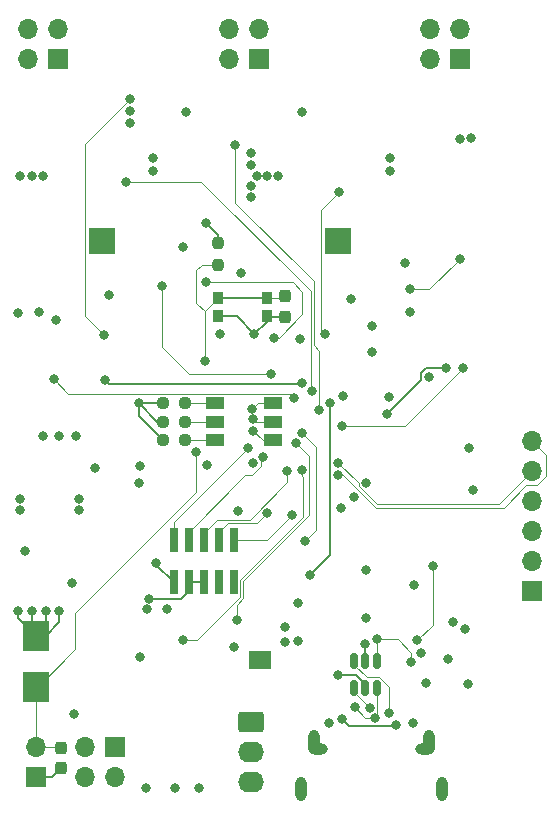
<source format=gbl>
G04 #@! TF.GenerationSoftware,KiCad,Pcbnew,(6.0.8)*
G04 #@! TF.CreationDate,2023-12-02T01:29:22+01:00*
G04 #@! TF.ProjectId,lamp_devboard,6c616d70-5f64-4657-9662-6f6172642e6b,rev?*
G04 #@! TF.SameCoordinates,Original*
G04 #@! TF.FileFunction,Copper,L4,Bot*
G04 #@! TF.FilePolarity,Positive*
%FSLAX46Y46*%
G04 Gerber Fmt 4.6, Leading zero omitted, Abs format (unit mm)*
G04 Created by KiCad (PCBNEW (6.0.8)) date 2023-12-02 01:29:22*
%MOMM*%
%LPD*%
G01*
G04 APERTURE LIST*
G04 Aperture macros list*
%AMRoundRect*
0 Rectangle with rounded corners*
0 $1 Rounding radius*
0 $2 $3 $4 $5 $6 $7 $8 $9 X,Y pos of 4 corners*
0 Add a 4 corners polygon primitive as box body*
4,1,4,$2,$3,$4,$5,$6,$7,$8,$9,$2,$3,0*
0 Add four circle primitives for the rounded corners*
1,1,$1+$1,$2,$3*
1,1,$1+$1,$4,$5*
1,1,$1+$1,$6,$7*
1,1,$1+$1,$8,$9*
0 Add four rect primitives between the rounded corners*
20,1,$1+$1,$2,$3,$4,$5,0*
20,1,$1+$1,$4,$5,$6,$7,0*
20,1,$1+$1,$6,$7,$8,$9,0*
20,1,$1+$1,$8,$9,$2,$3,0*%
G04 Aperture macros list end*
G04 #@! TA.AperFunction,ComponentPad*
%ADD10R,1.700000X1.700000*%
G04 #@! TD*
G04 #@! TA.AperFunction,ComponentPad*
%ADD11O,1.700000X1.700000*%
G04 #@! TD*
G04 #@! TA.AperFunction,ComponentPad*
%ADD12RoundRect,0.250000X-0.845000X0.620000X-0.845000X-0.620000X0.845000X-0.620000X0.845000X0.620000X0*%
G04 #@! TD*
G04 #@! TA.AperFunction,ComponentPad*
%ADD13O,2.190000X1.740000*%
G04 #@! TD*
G04 #@! TA.AperFunction,ComponentPad*
%ADD14O,0.950000X2.050000*%
G04 #@! TD*
G04 #@! TA.AperFunction,ComponentPad*
%ADD15O,1.650000X0.950000*%
G04 #@! TD*
G04 #@! TA.AperFunction,ComponentPad*
%ADD16C,0.600000*%
G04 #@! TD*
G04 #@! TA.AperFunction,SMDPad,CuDef*
%ADD17R,1.880000X1.570000*%
G04 #@! TD*
G04 #@! TA.AperFunction,SMDPad,CuDef*
%ADD18R,2.300000X2.300000*%
G04 #@! TD*
G04 #@! TA.AperFunction,SMDPad,CuDef*
%ADD19RoundRect,0.237500X0.250000X0.237500X-0.250000X0.237500X-0.250000X-0.237500X0.250000X-0.237500X0*%
G04 #@! TD*
G04 #@! TA.AperFunction,SMDPad,CuDef*
%ADD20RoundRect,0.237500X0.237500X-0.250000X0.237500X0.250000X-0.237500X0.250000X-0.237500X-0.250000X0*%
G04 #@! TD*
G04 #@! TA.AperFunction,SMDPad,CuDef*
%ADD21RoundRect,0.237500X0.237500X-0.300000X0.237500X0.300000X-0.237500X0.300000X-0.237500X-0.300000X0*%
G04 #@! TD*
G04 #@! TA.AperFunction,SMDPad,CuDef*
%ADD22RoundRect,0.237500X-0.250000X-0.237500X0.250000X-0.237500X0.250000X0.237500X-0.250000X0.237500X0*%
G04 #@! TD*
G04 #@! TA.AperFunction,SMDPad,CuDef*
%ADD23R,2.300000X2.500000*%
G04 #@! TD*
G04 #@! TA.AperFunction,SMDPad,CuDef*
%ADD24R,1.500000X1.000000*%
G04 #@! TD*
G04 #@! TA.AperFunction,SMDPad,CuDef*
%ADD25RoundRect,0.150000X-0.150000X0.512500X-0.150000X-0.512500X0.150000X-0.512500X0.150000X0.512500X0*%
G04 #@! TD*
G04 #@! TA.AperFunction,SMDPad,CuDef*
%ADD26R,0.900000X1.000000*%
G04 #@! TD*
G04 #@! TA.AperFunction,SMDPad,CuDef*
%ADD27R,0.750000X2.100000*%
G04 #@! TD*
G04 #@! TA.AperFunction,ViaPad*
%ADD28C,0.800000*%
G04 #@! TD*
G04 #@! TA.AperFunction,Conductor*
%ADD29C,0.200000*%
G04 #@! TD*
G04 #@! TA.AperFunction,Conductor*
%ADD30C,0.125000*%
G04 #@! TD*
G04 APERTURE END LIST*
D10*
X78300000Y-56225000D03*
D11*
X78300000Y-53685000D03*
X75760000Y-56225000D03*
X75760000Y-53685000D03*
D12*
X60580000Y-112360000D03*
D13*
X60580000Y-114900000D03*
X60580000Y-117440000D03*
D10*
X44300000Y-56225000D03*
D11*
X44300000Y-53685000D03*
X41760000Y-56225000D03*
X41760000Y-53685000D03*
D14*
X64825000Y-118040000D03*
X76825000Y-118040000D03*
D15*
X66300000Y-114600000D03*
D14*
X65950000Y-114050000D03*
X75700000Y-114050000D03*
D15*
X75350000Y-114600000D03*
D10*
X61300000Y-56225000D03*
D11*
X61300000Y-53685000D03*
X58760000Y-56225000D03*
X58760000Y-53685000D03*
D10*
X42400000Y-116975000D03*
D11*
X42400000Y-114435000D03*
D16*
X60760000Y-106615000D03*
X62040000Y-106615000D03*
D17*
X61400000Y-107100000D03*
D16*
X62040000Y-107585000D03*
X60760000Y-107585000D03*
X68500000Y-72125000D03*
X67500000Y-72125000D03*
X67500000Y-71125000D03*
X68500000Y-71125000D03*
D18*
X68000000Y-71626000D03*
D10*
X49075000Y-114425000D03*
D11*
X49075000Y-116965000D03*
X46535000Y-114425000D03*
X46535000Y-116965000D03*
D16*
X47500000Y-72100000D03*
X47500000Y-71100000D03*
X48500000Y-72100000D03*
X48500000Y-71100000D03*
D18*
X48000000Y-71601000D03*
D19*
X55012500Y-85300000D03*
X53187500Y-85300000D03*
D20*
X57800000Y-73612500D03*
X57800000Y-71787500D03*
D19*
X55012500Y-86900000D03*
X53187500Y-86900000D03*
D21*
X63500000Y-78012500D03*
X63500000Y-76287500D03*
D22*
X53187500Y-88500000D03*
X55012500Y-88500000D03*
D10*
X84400000Y-101250000D03*
D11*
X84400000Y-98710000D03*
X84400000Y-96170000D03*
X84400000Y-93630000D03*
X84400000Y-91090000D03*
X84400000Y-88550000D03*
D21*
X44500000Y-116262500D03*
X44500000Y-114537500D03*
D23*
X42400000Y-109350000D03*
X42400000Y-105050000D03*
D24*
X57550000Y-88500000D03*
X57550000Y-86900000D03*
X57550000Y-85300000D03*
X62450000Y-85300000D03*
X62450000Y-86900000D03*
X62450000Y-88500000D03*
D25*
X69350000Y-107212500D03*
X70300000Y-107212500D03*
X71250000Y-107212500D03*
X71250000Y-109487500D03*
X70300000Y-109487500D03*
X69350000Y-109487500D03*
D26*
X57850000Y-78000000D03*
X61950000Y-78000000D03*
X61950000Y-76400000D03*
X57850000Y-76400000D03*
D27*
X54060000Y-100500000D03*
X54060000Y-96900000D03*
X55330000Y-100500000D03*
X55330000Y-96900000D03*
X56600000Y-100500000D03*
X56600000Y-96900000D03*
X57870000Y-100500000D03*
X57870000Y-96900000D03*
X59140000Y-100500000D03*
X59140000Y-96900000D03*
D28*
X51100000Y-85300000D03*
X40900000Y-77700000D03*
X45600000Y-111700000D03*
X64600000Y-105500000D03*
X43000000Y-66100000D03*
X78300000Y-63000000D03*
X70400000Y-99500000D03*
X41050000Y-93450000D03*
X79000000Y-109100000D03*
X56800000Y-70100000D03*
X46100000Y-94400000D03*
X69100000Y-76500000D03*
X67262000Y-112381895D03*
X77300000Y-107000000D03*
X79400000Y-92700000D03*
X60600000Y-67900000D03*
X41062500Y-94381250D03*
X42100000Y-66100000D03*
X79100000Y-89100000D03*
X51700000Y-117900000D03*
X53500000Y-102800000D03*
X51193283Y-106813665D03*
X62900000Y-66100000D03*
X61100000Y-66100000D03*
X72400000Y-64600000D03*
X44400000Y-102900000D03*
X52300000Y-65700000D03*
X43300000Y-102900000D03*
X59200000Y-106000000D03*
X41100000Y-66100000D03*
X46100000Y-93500000D03*
X68400000Y-84700000D03*
X79238000Y-62900000D03*
X42700000Y-77600000D03*
X59500000Y-94500000D03*
X60600000Y-65200000D03*
X59800000Y-74300000D03*
X75000000Y-106500000D03*
X52000000Y-101900000D03*
X60600000Y-67000000D03*
X64800000Y-79900000D03*
X68200000Y-94188000D03*
X42100000Y-102900000D03*
X74350000Y-112450000D03*
X72400000Y-65700000D03*
X75400000Y-109000000D03*
X51800000Y-102800000D03*
X74100000Y-77600000D03*
X58000000Y-79500000D03*
X48600000Y-76200000D03*
X50400000Y-60600000D03*
X62000000Y-66100000D03*
X52300000Y-64600000D03*
X60800000Y-90400000D03*
X70900000Y-78800000D03*
X64600000Y-102300000D03*
X45500000Y-100600000D03*
X50400000Y-61600000D03*
X44100000Y-78300000D03*
X40900000Y-102900000D03*
X70300000Y-105750000D03*
X60600000Y-64200000D03*
X56200000Y-117900000D03*
X70400000Y-103500000D03*
X75700000Y-83100000D03*
X41500000Y-97900000D03*
X54200000Y-117900000D03*
X44400000Y-88100000D03*
X69300000Y-93300000D03*
X52600000Y-98900000D03*
X43000000Y-88100000D03*
X45800000Y-88100000D03*
X60900000Y-79500000D03*
X74400000Y-100700000D03*
X78700000Y-104500000D03*
X56900000Y-90600000D03*
X70900000Y-81000000D03*
X54900000Y-72100000D03*
X70400000Y-92100000D03*
X73700000Y-73500000D03*
X72300000Y-84800000D03*
X47400000Y-90800000D03*
X64900000Y-60700000D03*
X55100000Y-60700000D03*
X51100000Y-92100000D03*
X51200000Y-90700000D03*
X56700000Y-81800000D03*
X55939693Y-89439693D03*
X63500000Y-104300000D03*
X72861927Y-112590105D03*
X67950000Y-108350000D03*
X68300000Y-112100000D03*
X63500000Y-105600000D03*
X77712000Y-103900000D03*
X60700000Y-85800000D03*
X60802094Y-86718848D03*
X60800000Y-87700000D03*
X59300000Y-63500000D03*
X66400000Y-85900000D03*
X70663000Y-111150000D03*
X69400000Y-111100000D03*
X71100000Y-112000000D03*
X60400000Y-89100000D03*
X61647576Y-89870265D03*
X63700000Y-91100000D03*
X61950000Y-94650000D03*
X64100000Y-94800000D03*
X65600000Y-99900000D03*
X67300000Y-85300000D03*
X65200000Y-97000000D03*
X64900000Y-87900000D03*
X71250000Y-105350000D03*
X74200000Y-107300000D03*
X72300000Y-111600000D03*
X74700000Y-105400000D03*
X76000000Y-99100000D03*
X56800000Y-75100000D03*
X62600000Y-79800000D03*
X74100000Y-75700000D03*
X78300000Y-73100000D03*
X72100000Y-86300000D03*
X77100000Y-82400000D03*
X78600000Y-82400000D03*
X68300000Y-87300000D03*
X48200000Y-79600000D03*
X50400000Y-59600000D03*
X64959552Y-83659552D03*
X48300000Y-83400000D03*
X43900000Y-83300000D03*
X64300000Y-84900000D03*
X66900000Y-79500000D03*
X68100000Y-67500000D03*
X53100000Y-75400000D03*
X62300000Y-82900000D03*
X67999500Y-90400000D03*
X50000000Y-66600000D03*
X65800000Y-84300000D03*
X67999500Y-91400000D03*
X64400000Y-88700000D03*
X59400000Y-103700000D03*
X54900000Y-105400000D03*
X64913000Y-91000000D03*
D29*
X53187500Y-86900000D02*
X52700000Y-86900000D01*
X42400000Y-105050000D02*
X43300000Y-104150000D01*
X55330000Y-100500000D02*
X56600000Y-100500000D01*
X53187500Y-85300000D02*
X51100000Y-85300000D01*
X57800000Y-71787500D02*
X57800000Y-71100000D01*
X43250000Y-105050000D02*
X44400000Y-103900000D01*
X52700000Y-86900000D02*
X51100000Y-85300000D01*
X54685000Y-101900000D02*
X52000000Y-101900000D01*
X70300000Y-107212500D02*
X70300000Y-105750000D01*
X42400000Y-105050000D02*
X40900000Y-103550000D01*
X53187500Y-88500000D02*
X51100000Y-86412500D01*
X57800000Y-71100000D02*
X56800000Y-70100000D01*
X42100000Y-102900000D02*
X42100000Y-104750000D01*
X55330000Y-100500000D02*
X55330000Y-101255000D01*
X40900000Y-103550000D02*
X40900000Y-102900000D01*
X51100000Y-86412500D02*
X51100000Y-85300000D01*
X55330000Y-101255000D02*
X54685000Y-101900000D01*
X42400000Y-105050000D02*
X43250000Y-105050000D01*
X43300000Y-104150000D02*
X43300000Y-102900000D01*
X42100000Y-104750000D02*
X42400000Y-105050000D01*
X44400000Y-103900000D02*
X44400000Y-102900000D01*
X57850000Y-78000000D02*
X59400000Y-78000000D01*
X54060000Y-100500000D02*
X52600000Y-99040000D01*
X61950000Y-78000000D02*
X61950000Y-78450000D01*
X43787500Y-116975000D02*
X44500000Y-116262500D01*
X42400000Y-116975000D02*
X43787500Y-116975000D01*
X59400000Y-78000000D02*
X60900000Y-79500000D01*
X61950000Y-78450000D02*
X60900000Y-79500000D01*
X63500000Y-78012500D02*
X61962500Y-78012500D01*
X52600000Y-99040000D02*
X52600000Y-98900000D01*
X61962500Y-78012500D02*
X61950000Y-78000000D01*
D30*
X56000000Y-76850000D02*
X56700000Y-77550000D01*
X56700000Y-81800000D02*
X56700000Y-77550000D01*
D29*
X61950000Y-76400000D02*
X57950000Y-76400000D01*
D30*
X57800000Y-73612500D02*
X56487500Y-73612500D01*
X63500000Y-76287500D02*
X63387500Y-76400000D01*
X63387500Y-76400000D02*
X61950000Y-76400000D01*
X56700000Y-77550000D02*
X57850000Y-76400000D01*
X56000000Y-74100000D02*
X56000000Y-76850000D01*
X56487500Y-73612500D02*
X56000000Y-74100000D01*
X55939693Y-89439693D02*
X55939693Y-92872959D01*
X55939693Y-92872959D02*
X45700000Y-103112652D01*
X42550000Y-109350000D02*
X42400000Y-109350000D01*
X45700000Y-103112652D02*
X45700000Y-106200000D01*
X44397500Y-114435000D02*
X44500000Y-114537500D01*
X42400000Y-114435000D02*
X42400000Y-109350000D01*
X42400000Y-114435000D02*
X44397500Y-114435000D01*
X45700000Y-106200000D02*
X42550000Y-109350000D01*
D29*
X70300000Y-109138604D02*
X69511396Y-108350000D01*
X68300000Y-112100000D02*
X68900000Y-112700000D01*
X69511396Y-108350000D02*
X67950000Y-108350000D01*
X70300000Y-109487500D02*
X70300000Y-109138604D01*
X68900000Y-112700000D02*
X72752032Y-112700000D01*
D30*
X61200000Y-85300000D02*
X60700000Y-85800000D01*
X62450000Y-85300000D02*
X61200000Y-85300000D01*
X60983246Y-86900000D02*
X62450000Y-86900000D01*
X60802094Y-86718848D02*
X60983246Y-86900000D01*
X61600000Y-88500000D02*
X60800000Y-87700000D01*
X62450000Y-88500000D02*
X61600000Y-88500000D01*
X66400000Y-80900000D02*
X66400000Y-85900000D01*
X59300000Y-68400000D02*
X65918458Y-75018458D01*
X65918458Y-80418458D02*
X66400000Y-80900000D01*
X65918458Y-75018458D02*
X65918458Y-80418458D01*
X59300000Y-63500000D02*
X59300000Y-68400000D01*
X69350000Y-109837000D02*
X70663000Y-111150000D01*
X69350000Y-109487500D02*
X69350000Y-109837000D01*
X71250000Y-111850000D02*
X71100000Y-112000000D01*
X71250000Y-109487500D02*
X71250000Y-111850000D01*
X70300000Y-112000000D02*
X69400000Y-111100000D01*
X71100000Y-112000000D02*
X70300000Y-112000000D01*
X54060000Y-95440000D02*
X60400000Y-89100000D01*
X54060000Y-96900000D02*
X54060000Y-95440000D01*
X55330000Y-96225000D02*
X55330000Y-96900000D01*
X61647576Y-89870265D02*
X61462500Y-90055341D01*
X61462500Y-90055341D02*
X61462500Y-90674417D01*
X61462500Y-90674417D02*
X60736917Y-91400000D01*
X60736917Y-91400000D02*
X60155000Y-91400000D01*
X60155000Y-91400000D02*
X55330000Y-96225000D01*
X56600000Y-96370000D02*
X57770000Y-95200000D01*
X63700000Y-92000000D02*
X63700000Y-91100000D01*
X57770000Y-95200000D02*
X60500000Y-95200000D01*
X60500000Y-95200000D02*
X63700000Y-92000000D01*
X56600000Y-96900000D02*
X56600000Y-96370000D01*
X61150000Y-95450000D02*
X61950000Y-94650000D01*
X58645000Y-95450000D02*
X61150000Y-95450000D01*
X57870000Y-96900000D02*
X57870000Y-96225000D01*
X57870000Y-96225000D02*
X58645000Y-95450000D01*
X62000000Y-96900000D02*
X64100000Y-94800000D01*
X59140000Y-96900000D02*
X62000000Y-96900000D01*
D29*
X65600000Y-99900000D02*
X67300000Y-98200000D01*
X67300000Y-98200000D02*
X67300000Y-85300000D01*
D30*
X64900000Y-87900000D02*
X66087500Y-89087500D01*
X66087500Y-96112500D02*
X65200000Y-97000000D01*
X66087500Y-89087500D02*
X66087500Y-96112500D01*
X71250000Y-105350000D02*
X73050000Y-105350000D01*
X71250000Y-105350000D02*
X71250000Y-107212500D01*
X74200000Y-106500000D02*
X74200000Y-107300000D01*
X73050000Y-105350000D02*
X74200000Y-106500000D01*
X69350000Y-107212500D02*
X69350000Y-107508363D01*
X71464797Y-108562500D02*
X72300000Y-109397703D01*
X72300000Y-109397703D02*
X72300000Y-111600000D01*
X70404137Y-108562500D02*
X71464797Y-108562500D01*
X69350000Y-107508363D02*
X70404137Y-108562500D01*
X74700000Y-105400000D02*
X76000000Y-104100000D01*
X76000000Y-104100000D02*
X76000000Y-99100000D01*
X64150000Y-75100000D02*
X64946384Y-75896384D01*
X56800000Y-75100000D02*
X64150000Y-75100000D01*
X62957107Y-79800000D02*
X62600000Y-79800000D01*
X64946384Y-75896384D02*
X64946384Y-77810723D01*
X64946384Y-77810723D02*
X62957107Y-79800000D01*
X78300000Y-73100000D02*
X75700000Y-75700000D01*
X75700000Y-75700000D02*
X74100000Y-75700000D01*
D29*
X77100000Y-82400000D02*
X75410050Y-82400000D01*
X75000000Y-83400000D02*
X72100000Y-86300000D01*
X75410050Y-82400000D02*
X75000000Y-82810050D01*
X75000000Y-82810050D02*
X75000000Y-83400000D01*
D30*
X78600000Y-82400000D02*
X73700000Y-87300000D01*
X73700000Y-87300000D02*
X68300000Y-87300000D01*
X50400000Y-59600000D02*
X46587500Y-63412500D01*
X46587500Y-63412500D02*
X46587500Y-77987500D01*
X46587500Y-77987500D02*
X48200000Y-79600000D01*
D29*
X64919104Y-83700000D02*
X48600000Y-83700000D01*
X64959552Y-83659552D02*
X64919104Y-83700000D01*
X48600000Y-83700000D02*
X48300000Y-83400000D01*
D30*
X45162500Y-84562500D02*
X43900000Y-83300000D01*
X63962500Y-84562500D02*
X45162500Y-84562500D01*
X64300000Y-84900000D02*
X63962500Y-84562500D01*
X66587500Y-79187500D02*
X66900000Y-79500000D01*
X68100000Y-67500000D02*
X66587500Y-69012500D01*
X66587500Y-69012500D02*
X66587500Y-79187500D01*
X53100000Y-75400000D02*
X53100000Y-80600000D01*
X55400000Y-82900000D02*
X62300000Y-82900000D01*
X53100000Y-80600000D02*
X55400000Y-82900000D01*
X69737500Y-92138000D02*
X69737500Y-92383946D01*
X81590000Y-93900000D02*
X84400000Y-91090000D01*
X69737500Y-92383946D02*
X71253554Y-93900000D01*
X67999500Y-90400000D02*
X69737500Y-92138000D01*
X71253554Y-93900000D02*
X81590000Y-93900000D01*
X56400000Y-66600000D02*
X50000000Y-66600000D01*
X65668458Y-84168458D02*
X65668458Y-75868458D01*
X65668458Y-75868458D02*
X56400000Y-66600000D01*
X65800000Y-84300000D02*
X65668458Y-84168458D01*
X82000000Y-94200000D02*
X83900000Y-92300000D01*
X67999500Y-91400000D02*
X68400000Y-91400000D01*
X71200000Y-94200000D02*
X82000000Y-94200000D01*
X68400000Y-91400000D02*
X71200000Y-94200000D01*
X84800000Y-92300000D02*
X85600000Y-91500000D01*
X83900000Y-92300000D02*
X84800000Y-92300000D01*
X85600000Y-89750000D02*
X84400000Y-88550000D01*
X85600000Y-91500000D02*
X85600000Y-89750000D01*
X64400000Y-88700000D02*
X65500000Y-89800000D01*
X59952500Y-100401054D02*
X59952500Y-101841054D01*
X59400000Y-102393554D02*
X59400000Y-103700000D01*
X65500000Y-94853554D02*
X59952500Y-100401054D01*
X59952500Y-101841054D02*
X59400000Y-102393554D01*
X65500000Y-89800000D02*
X65500000Y-94853554D01*
X65000000Y-95000000D02*
X59702500Y-100297500D01*
X56040000Y-105400000D02*
X54900000Y-105400000D01*
X64913000Y-91000000D02*
X64913000Y-91482149D01*
X59702500Y-101737500D02*
X56040000Y-105400000D01*
X65000000Y-91569149D02*
X65000000Y-95000000D01*
X64913000Y-91482149D02*
X65000000Y-91569149D01*
X59702500Y-100297500D02*
X59702500Y-101737500D01*
X55012500Y-88500000D02*
X57550000Y-88500000D01*
X55012500Y-86900000D02*
X57550000Y-86900000D01*
X55012500Y-85300000D02*
X57550000Y-85300000D01*
M02*

</source>
